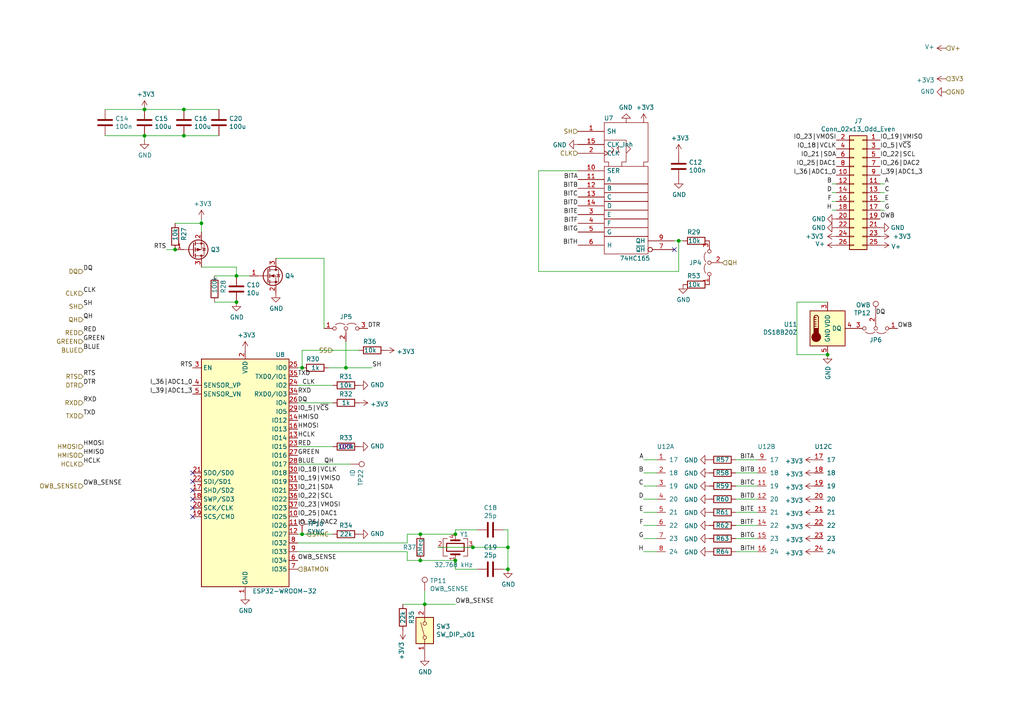
<source format=kicad_sch>
(kicad_sch (version 20211123) (generator eeschema)
  (paper "A4")
  (lib_symbols
    (symbol "74xx_IEEE:74165" (pin_names (offset 0.762))
      (property "Reference" "U" (at 7.62 15.24 0))
      (property "Value" "74xx_IEEE_74165" (at 6.35 -26.67 0))
      (symbol "74165_0_0"
        (text "1" (at -2.286 6.096 0) (effects (font (size 1.524 1.524))))
      )
      (symbol "74165_0_1"
        (pin power_in line (at 0 13.97 270) (length 0) hide (name "GND") (number "8"))
      )
      (symbol "74165_1_1"
        (pin input line (at -13.97 11.43 0) (length 7.62) (name "SH") (number "1"))
        (pin input line (at -13.97 0 0) (length 7.62) (name "SER") (number "10"))
        (pin input line (at -13.97 -2.54 0) (length 7.62) (name "A") (number "11"))
        (pin input line (at -13.97 -5.08 0) (length 7.62) (name "B") (number "12"))
        (pin input line (at -13.97 -7.62 0) (length 7.62) (name "C") (number "13"))
        (pin input line (at -13.97 -10.16 0) (length 7.62) (name "D") (number "14"))
        (pin input line (at -13.97 7.62 0) (length 7.62) (name "CLK_Inh") (number "15"))
        (pin power_in line (at 5.08 13.97 270) (length 0) hide (name "VCC") (number "16"))
        (pin input clock (at -13.97 5.08 0) (length 7.62) (name "CLK") (number "2"))
        (pin input line (at -13.97 -12.7 0) (length 7.62) (name "E") (number "3"))
        (pin input line (at -13.97 -15.24 0) (length 7.62) (name "F") (number "4"))
        (pin input line (at -13.97 -17.78 0) (length 7.62) (name "G") (number "5"))
        (pin input line (at -13.97 -21.59 0) (length 7.62) (name "H") (number "6"))
        (pin output inverted (at 13.97 -22.86 180) (length 7.62) (name "~{QH}") (number "7"))
        (pin tri_state line (at 13.97 -20.32 180) (length 7.62) (name "QH") (number "9"))
      )
    )
    (symbol "Connector:TestPoint" (pin_numbers hide) (pin_names (offset 0.762) hide)
      (property "Reference" "TP" (at 0 6.858 0))
      (property "Value" "Connector_TestPoint" (at 0 5.08 0))
      (symbol "TestPoint_1_1"
        (pin passive line (at 0 0 90) (length 2.54) (name "1") (number "1"))
      )
    )
    (symbol "Connector_Generic:Conn_02x13_Odd_Even" (pin_names (offset 1.016) hide)
      (property "Reference" "J" (at 1.27 17.78 0))
      (property "Value" "Connector_Generic_Conn_02x13_Odd_Even" (at 1.27 -17.78 0))
      (symbol "Conn_02x13_Odd_Even_1_1"
        (pin passive line (at -5.08 15.24 0) (length 3.81) (name "Pin_1") (number "1"))
        (pin passive line (at 7.62 5.08 180) (length 3.81) (name "Pin_10") (number "10"))
        (pin passive line (at -5.08 2.54 0) (length 3.81) (name "Pin_11") (number "11"))
        (pin passive line (at 7.62 2.54 180) (length 3.81) (name "Pin_12") (number "12"))
        (pin passive line (at -5.08 0 0) (length 3.81) (name "Pin_13") (number "13"))
        (pin passive line (at 7.62 0 180) (length 3.81) (name "Pin_14") (number "14"))
        (pin passive line (at -5.08 -2.54 0) (length 3.81) (name "Pin_15") (number "15"))
        (pin passive line (at 7.62 -2.54 180) (length 3.81) (name "Pin_16") (number "16"))
        (pin passive line (at -5.08 -5.08 0) (length 3.81) (name "Pin_17") (number "17"))
        (pin passive line (at 7.62 -5.08 180) (length 3.81) (name "Pin_18") (number "18"))
        (pin passive line (at -5.08 -7.62 0) (length 3.81) (name "Pin_19") (number "19"))
        (pin passive line (at 7.62 15.24 180) (length 3.81) (name "Pin_2") (number "2"))
        (pin passive line (at 7.62 -7.62 180) (length 3.81) (name "Pin_20") (number "20"))
        (pin passive line (at -5.08 -10.16 0) (length 3.81) (name "Pin_21") (number "21"))
        (pin passive line (at 7.62 -10.16 180) (length 3.81) (name "Pin_22") (number "22"))
        (pin passive line (at -5.08 -12.7 0) (length 3.81) (name "Pin_23") (number "23"))
        (pin passive line (at 7.62 -12.7 180) (length 3.81) (name "Pin_24") (number "24"))
        (pin passive line (at -5.08 -15.24 0) (length 3.81) (name "Pin_25") (number "25"))
        (pin passive line (at 7.62 -15.24 180) (length 3.81) (name "Pin_26") (number "26"))
        (pin passive line (at -5.08 12.7 0) (length 3.81) (name "Pin_3") (number "3"))
        (pin passive line (at 7.62 12.7 180) (length 3.81) (name "Pin_4") (number "4"))
        (pin passive line (at -5.08 10.16 0) (length 3.81) (name "Pin_5") (number "5"))
        (pin passive line (at 7.62 10.16 180) (length 3.81) (name "Pin_6") (number "6"))
        (pin passive line (at -5.08 7.62 0) (length 3.81) (name "Pin_7") (number "7"))
        (pin passive line (at 7.62 7.62 180) (length 3.81) (name "Pin_8") (number "8"))
        (pin passive line (at -5.08 5.08 0) (length 3.81) (name "Pin_9") (number "9"))
      )
    )
    (symbol "Device:C" (pin_numbers hide) (pin_names (offset 0.254))
      (property "Reference" "C" (at 0.635 2.54 0))
      (property "Value" "Device_C" (at 0.635 -2.54 0))
      (symbol "C_1_1"
        (pin passive line (at 0 3.81 270) (length 2.794) (name "~") (number "1"))
        (pin passive line (at 0 -3.81 90) (length 2.794) (name "~") (number "2"))
      )
    )
    (symbol "Device:Crystal_GND23" (pin_names (offset 1.016) hide)
      (property "Reference" "Y" (at 3.175 5.08 0))
      (property "Value" "Device_Crystal_GND23" (at 3.175 3.175 0))
      (symbol "Crystal_GND23_1_1"
        (pin passive line (at -3.81 0 0) (length 1.27) (name "1") (number "1"))
        (pin passive line (at 0 5.08 270) (length 1.27) (name "2") (number "2"))
        (pin passive line (at 0 -5.08 90) (length 1.27) (name "3") (number "3"))
        (pin passive line (at 3.81 0 180) (length 1.27) (name "4") (number "4"))
      )
    )
    (symbol "Device:Q_NMOS_GSD" (pin_names (offset 0) hide)
      (property "Reference" "Q" (at 5.08 1.27 0))
      (property "Value" "Device_Q_NMOS_GSD" (at 5.08 -1.27 0))
      (symbol "Q_NMOS_GSD_1_1"
        (pin input line (at -5.08 0 0) (length 2.54) (name "G") (number "1"))
        (pin passive line (at 2.54 -5.08 90) (length 2.54) (name "S") (number "2"))
        (pin passive line (at 2.54 5.08 270) (length 2.54) (name "D") (number "3"))
      )
    )
    (symbol "Device:Q_PMOS_GSD" (pin_names (offset 0) hide)
      (property "Reference" "Q" (at 5.08 1.27 0))
      (property "Value" "Device_Q_PMOS_GSD" (at 5.08 -1.27 0))
      (symbol "Q_PMOS_GSD_1_1"
        (pin input line (at -5.08 0 0) (length 2.54) (name "G") (number "1"))
        (pin passive line (at 2.54 -5.08 90) (length 2.54) (name "S") (number "2"))
        (pin passive line (at 2.54 5.08 270) (length 2.54) (name "D") (number "3"))
      )
    )
    (symbol "Device:R" (pin_numbers hide) (pin_names (offset 0))
      (property "Reference" "R" (at 2.032 0 90))
      (property "Value" "Device_R" (at 0 0 90))
      (symbol "R_1_1"
        (pin passive line (at 0 3.81 270) (length 1.27) (name "~") (number "1"))
        (pin passive line (at 0 -3.81 90) (length 1.27) (name "~") (number "2"))
      )
    )
    (symbol "Jumper:Jumper_3_Open" (pin_names (offset 0) hide)
      (property "Reference" "JP" (at -2.54 -2.54 0))
      (property "Value" "Jumper_Jumper_3_Open" (at 0 2.794 0))
      (symbol "Jumper_3_Open_1_1"
        (pin passive line (at -6.35 0 0) (length 2.54) (name "A") (number "1"))
        (pin input line (at 0 -3.81 90) (length 2.54) (name "C") (number "2"))
        (pin passive line (at 6.35 0 180) (length 2.54) (name "B") (number "3"))
      )
    )
    (symbol "RF_Module:ESP32-WROOM-32"
      (property "Reference" "U" (at -12.7 34.29 0))
      (property "Value" "RF_Module_ESP32-WROOM-32" (at 1.27 34.29 0))
      (symbol "ESP32-WROOM-32_1_1"
        (pin power_in line (at 0 -35.56 90) (length 2.54) (name "GND") (number "1"))
        (pin bidirectional line (at 15.24 -12.7 180) (length 2.54) (name "IO25") (number "10"))
        (pin bidirectional line (at 15.24 -15.24 180) (length 2.54) (name "IO26") (number "11"))
        (pin bidirectional line (at 15.24 -17.78 180) (length 2.54) (name "IO27") (number "12"))
        (pin bidirectional line (at 15.24 10.16 180) (length 2.54) (name "IO14") (number "13"))
        (pin bidirectional line (at 15.24 15.24 180) (length 2.54) (name "IO12") (number "14"))
        (pin passive line (at 0 -35.56 90) (length 2.54) hide (name "GND") (number "15"))
        (pin bidirectional line (at 15.24 12.7 180) (length 2.54) (name "IO13") (number "16"))
        (pin bidirectional line (at -15.24 -5.08 0) (length 2.54) (name "SHD/SD2") (number "17"))
        (pin bidirectional line (at -15.24 -7.62 0) (length 2.54) (name "SWP/SD3") (number "18"))
        (pin bidirectional line (at -15.24 -12.7 0) (length 2.54) (name "SCS/CMD") (number "19"))
        (pin power_in line (at 0 35.56 270) (length 2.54) (name "VDD") (number "2"))
        (pin bidirectional line (at -15.24 -10.16 0) (length 2.54) (name "SCK/CLK") (number "20"))
        (pin bidirectional line (at -15.24 0 0) (length 2.54) (name "SDO/SD0") (number "21"))
        (pin bidirectional line (at -15.24 -2.54 0) (length 2.54) (name "SDI/SD1") (number "22"))
        (pin bidirectional line (at 15.24 7.62 180) (length 2.54) (name "IO15") (number "23"))
        (pin bidirectional line (at 15.24 25.4 180) (length 2.54) (name "IO2") (number "24"))
        (pin bidirectional line (at 15.24 30.48 180) (length 2.54) (name "IO0") (number "25"))
        (pin bidirectional line (at 15.24 20.32 180) (length 2.54) (name "IO4") (number "26"))
        (pin bidirectional line (at 15.24 5.08 180) (length 2.54) (name "IO16") (number "27"))
        (pin bidirectional line (at 15.24 2.54 180) (length 2.54) (name "IO17") (number "28"))
        (pin bidirectional line (at 15.24 17.78 180) (length 2.54) (name "IO5") (number "29"))
        (pin input line (at -15.24 30.48 0) (length 2.54) (name "EN") (number "3"))
        (pin bidirectional line (at 15.24 0 180) (length 2.54) (name "IO18") (number "30"))
        (pin bidirectional line (at 15.24 -2.54 180) (length 2.54) (name "IO19") (number "31"))
        (pin no_connect line (at -12.7 -27.94 0) (length 2.54) hide (name "NC") (number "32"))
        (pin bidirectional line (at 15.24 -5.08 180) (length 2.54) (name "IO21") (number "33"))
        (pin bidirectional line (at 15.24 22.86 180) (length 2.54) (name "RXD0/IO3") (number "34"))
        (pin bidirectional line (at 15.24 27.94 180) (length 2.54) (name "TXD0/IO1") (number "35"))
        (pin bidirectional line (at 15.24 -7.62 180) (length 2.54) (name "IO22") (number "36"))
        (pin bidirectional line (at 15.24 -10.16 180) (length 2.54) (name "IO23") (number "37"))
        (pin passive line (at 0 -35.56 90) (length 2.54) hide (name "GND") (number "38"))
        (pin passive line (at 0 -35.56 90) (length 2.54) hide (name "GND") (number "39"))
        (pin input line (at -15.24 25.4 0) (length 2.54) (name "SENSOR_VP") (number "4"))
        (pin input line (at -15.24 22.86 0) (length 2.54) (name "SENSOR_VN") (number "5"))
        (pin input line (at 15.24 -25.4 180) (length 2.54) (name "IO34") (number "6"))
        (pin input line (at 15.24 -27.94 180) (length 2.54) (name "IO35") (number "7"))
        (pin bidirectional line (at 15.24 -20.32 180) (length 2.54) (name "IO32") (number "8"))
        (pin bidirectional line (at 15.24 -22.86 180) (length 2.54) (name "IO33") (number "9"))
      )
    )
    (symbol "Sensor_Temperature:DS18B20Z" (pin_names (offset 1.016))
      (property "Reference" "U" (at -3.81 6.35 0))
      (property "Value" "Sensor_Temperature_DS18B20Z" (at 5.08 6.35 0))
      (symbol "DS18B20Z_1_1"
        (pin no_connect line (at -7.62 2.54 0) (length 2.54) hide (name "NC") (number "1"))
        (pin no_connect line (at -7.62 0 0) (length 2.54) hide (name "NC") (number "2"))
        (pin power_in line (at 0 7.62 270) (length 2.54) (name "VDD") (number "3"))
        (pin bidirectional line (at 7.62 0 180) (length 2.54) (name "DQ") (number "4"))
        (pin power_in line (at 0 -7.62 90) (length 2.54) (name "GND") (number "5"))
        (pin no_connect line (at -7.62 -2.54 0) (length 2.54) hide (name "NC") (number "6"))
        (pin no_connect line (at 7.62 2.54 180) (length 2.54) hide (name "NC") (number "7"))
        (pin no_connect line (at 7.62 -2.54 180) (length 2.54) hide (name "NC") (number "8"))
      )
    )
    (symbol "Switch:SW_DIP_x01" (pin_names (offset 0) hide)
      (property "Reference" "SW" (at 0 3.81 0))
      (property "Value" "Switch_SW_DIP_x01" (at 0 -3.81 0))
      (symbol "SW_DIP_x01_1_1"
        (pin passive line (at -7.62 0 0) (length 5.08) (name "~") (number "1"))
        (pin passive line (at 7.62 0 180) (length 5.08) (name "~") (number "2"))
      )
    )
    (symbol "custom_connectors:2POS_JUMPER_8BIT" (pin_names (offset 1.016))
      (property "Reference" "U" (at 0 16.51 0))
      (property "Value" "2POS_JUMPER_8BIT" (at 0 -16.51 0))
      (symbol "2POS_JUMPER_8BIT_1_1"
        (pin bidirectional line (at -2.54 12.7 0) (length 2.54) (name "17") (number "1"))
        (pin bidirectional line (at -2.54 8.89 0) (length 2.54) (name "18") (number "2"))
        (pin bidirectional line (at -2.54 5.08 0) (length 2.54) (name "19") (number "3"))
        (pin bidirectional line (at -2.54 1.27 0) (length 2.54) (name "20") (number "4"))
        (pin bidirectional line (at -2.54 -2.54 0) (length 2.54) (name "21") (number "5"))
        (pin bidirectional line (at -2.54 -6.35 0) (length 2.54) (name "22") (number "6"))
        (pin bidirectional line (at -2.54 -10.16 0) (length 2.54) (name "23") (number "7"))
        (pin bidirectional line (at -2.54 -13.97 0) (length 2.54) (name "24") (number "8"))
      )
      (symbol "2POS_JUMPER_8BIT_2_1"
        (pin bidirectional line (at -2.54 8.89 0) (length 2.54) (name "18") (number "10"))
        (pin bidirectional line (at -2.54 5.08 0) (length 2.54) (name "19") (number "11"))
        (pin bidirectional line (at -2.54 1.27 0) (length 2.54) (name "20") (number "12"))
        (pin bidirectional line (at -2.54 -2.54 0) (length 2.54) (name "21") (number "13"))
        (pin bidirectional line (at -2.54 -6.35 0) (length 2.54) (name "22") (number "14"))
        (pin bidirectional line (at -2.54 -10.16 0) (length 2.54) (name "23") (number "15"))
        (pin bidirectional line (at -2.54 -13.97 0) (length 2.54) (name "24") (number "16"))
        (pin bidirectional line (at -2.54 12.7 0) (length 2.54) (name "17") (number "9"))
      )
      (symbol "2POS_JUMPER_8BIT_3_1"
        (pin bidirectional line (at -2.54 12.7 0) (length 2.54) (name "17") (number "17"))
        (pin bidirectional line (at -2.54 8.89 0) (length 2.54) (name "18") (number "18"))
        (pin bidirectional line (at -2.54 5.08 0) (length 2.54) (name "19") (number "19"))
        (pin bidirectional line (at -2.54 1.27 0) (length 2.54) (name "20") (number "20"))
        (pin bidirectional line (at -2.54 -2.54 0) (length 2.54) (name "21") (number "21"))
        (pin bidirectional line (at -2.54 -6.35 0) (length 2.54) (name "22") (number "22"))
        (pin bidirectional line (at -2.54 -10.16 0) (length 2.54) (name "23") (number "23"))
        (pin bidirectional line (at -2.54 -13.97 0) (length 2.54) (name "24") (number "24"))
      )
    )
    (symbol "power:+3.3V" (power) (pin_names (offset 0))
      (property "Value" "power_+3.3V" (at 0 3.556 0))
      (symbol "+3.3V_1_1"
        (pin power_in line (at 0 0 90) (length 0) hide (name "+3V3") (number "1"))
      )
    )
    (symbol "power:+3V3" (power) (pin_names (offset 0))
      (property "Value" "power_+3V3" (at 0 3.556 0))
      (symbol "+3V3_1_1"
        (pin power_in line (at 0 0 90) (length 0) hide (name "+3V3") (number "1"))
      )
    )
    (symbol "power:GND" (power) (pin_names (offset 0))
      (property "Value" "power_GND" (at 0 -3.81 0))
      (symbol "GND_1_1"
        (pin power_in line (at 0 0 270) (length 0) hide (name "GND") (number "1"))
      )
    )
    (symbol "power_custom:V+" (power) (pin_names (offset 0))
      (property "Value" "power_custom_V+" (at 0 3.556 0))
      (symbol "V+_1_1"
        (pin power_in line (at 0 0 90) (length 0) hide (name "V+") (number "1"))
      )
    )
  )
  (junction (at 100.33 106.68))
  (junction (at 41.91 39.37))
  (junction (at 87.63 106.68))
  (junction (at 132.08 162.56))
  (junction (at 50.8 72.39))
  (junction (at 240.03 102.87))
  (junction (at 41.91 31.75))
  (junction (at 121.92 154.94))
  (junction (at 58.42 64.77))
  (junction (at 132.08 154.94))
  (junction (at 68.58 87.63))
  (junction (at 121.92 162.56))
  (junction (at 196.85 69.85))
  (junction (at 123.19 175.26))
  (junction (at 68.58 80.01))
  (junction (at 53.34 31.75))
  (junction (at 147.32 165.1))
  (junction (at 137.16 158.75))
  (junction (at 147.32 158.75))
  (junction (at 53.34 39.37))
  (junction (at 87.63 154.94))
  (no_connect (at 55.88 137.16))
  (no_connect (at 55.88 147.32))
  (no_connect (at 55.88 144.78))
  (no_connect (at 55.88 149.86))
  (no_connect (at 55.88 142.24))
  (no_connect (at 195.58 72.39))
  (no_connect (at 55.88 139.7))
  (wire (pts (xy 86.36 157.48) (xy 118.11 157.48)))
  (wire (pts (xy 190.5 133.35) (xy 186.69 133.35)))
  (wire (pts (xy 86.36 106.68) (xy 87.63 106.68)))
  (wire (pts (xy 118.11 162.56) (xy 121.92 162.56)))
  (wire (pts (xy 30.48 31.75) (xy 41.91 31.75)))
  (wire (pts (xy 190.5 156.21) (xy 186.69 156.21)))
  (wire (pts (xy 198.12 69.85) (xy 196.85 69.85)))
  (wire (pts (xy 87.63 101.6) (xy 87.63 106.68)))
  (wire (pts (xy 41.91 39.37) (xy 30.48 39.37)))
  (wire (pts (xy 240.03 87.63) (xy 231.14 87.63)))
  (wire (pts (xy 86.36 154.94) (xy 87.63 154.94)))
  (wire (pts (xy 132.08 153.67) (xy 132.08 154.94)))
  (wire (pts (xy 255.27 58.42) (xy 256.54 58.42)))
  (wire (pts (xy 213.36 144.78) (xy 219.71 144.78)))
  (wire (pts (xy 48.26 72.39) (xy 50.8 72.39)))
  (wire (pts (xy 93.98 74.93) (xy 93.98 95.25)))
  (wire (pts (xy 63.5 31.75) (xy 53.34 31.75)))
  (wire (pts (xy 213.36 133.35) (xy 219.71 133.35)))
  (wire (pts (xy 95.25 106.68) (xy 100.33 106.68)))
  (wire (pts (xy 96.52 129.54) (xy 86.36 129.54)))
  (wire (pts (xy 138.43 153.67) (xy 132.08 153.67)))
  (wire (pts (xy 242.57 53.34) (xy 241.3 53.34)))
  (wire (pts (xy 255.27 53.34) (xy 256.54 53.34)))
  (wire (pts (xy 213.36 152.4) (xy 219.71 152.4)))
  (wire (pts (xy 147.32 153.67) (xy 146.05 153.67)))
  (wire (pts (xy 62.23 87.63) (xy 68.58 87.63)))
  (wire (pts (xy 190.5 152.4) (xy 186.69 152.4)))
  (wire (pts (xy 146.05 165.1) (xy 147.32 165.1)))
  (wire (pts (xy 190.5 144.78) (xy 186.69 144.78)))
  (wire (pts (xy 213.36 137.16) (xy 219.71 137.16)))
  (wire (pts (xy 123.19 171.45) (xy 123.19 175.26)))
  (wire (pts (xy 118.11 157.48) (xy 118.11 154.94)))
  (wire (pts (xy 50.8 64.77) (xy 58.42 64.77)))
  (wire (pts (xy 96.52 116.84) (xy 86.36 116.84)))
  (wire (pts (xy 231.14 87.63) (xy 231.14 102.87)))
  (wire (pts (xy 190.5 140.97) (xy 186.69 140.97)))
  (wire (pts (xy 190.5 137.16) (xy 186.69 137.16)))
  (wire (pts (xy 242.57 55.88) (xy 241.3 55.88)))
  (wire (pts (xy 121.92 162.56) (xy 132.08 162.56)))
  (wire (pts (xy 62.23 80.01) (xy 68.58 80.01)))
  (wire (pts (xy 196.85 69.85) (xy 195.58 69.85)))
  (wire (pts (xy 190.5 160.02) (xy 186.69 160.02)))
  (wire (pts (xy 156.21 78.74) (xy 156.21 49.53)))
  (wire (pts (xy 41.91 31.75) (xy 53.34 31.75)))
  (wire (pts (xy 242.57 60.96) (xy 241.3 60.96)))
  (wire (pts (xy 213.36 160.02) (xy 219.71 160.02)))
  (wire (pts (xy 121.92 154.94) (xy 132.08 154.94)))
  (wire (pts (xy 147.32 165.1) (xy 147.32 158.75)))
  (wire (pts (xy 53.34 39.37) (xy 41.91 39.37)))
  (wire (pts (xy 118.11 160.02) (xy 118.11 162.56)))
  (wire (pts (xy 80.01 74.93) (xy 93.98 74.93)))
  (wire (pts (xy 86.36 134.62) (xy 101.6 134.62)))
  (wire (pts (xy 100.33 99.06) (xy 100.33 106.68)))
  (wire (pts (xy 156.21 49.53) (xy 167.64 49.53)))
  (wire (pts (xy 255.27 60.96) (xy 256.54 60.96)))
  (wire (pts (xy 213.36 148.59) (xy 219.71 148.59)))
  (wire (pts (xy 104.14 101.6) (xy 87.63 101.6)))
  (wire (pts (xy 255.27 55.88) (xy 256.54 55.88)))
  (wire (pts (xy 127 158.75) (xy 137.16 158.75)))
  (wire (pts (xy 87.63 154.94) (xy 96.52 154.94)))
  (wire (pts (xy 58.42 64.77) (xy 58.42 67.31)))
  (wire (pts (xy 72.39 80.01) (xy 68.58 80.01)))
  (wire (pts (xy 132.08 175.26) (xy 123.19 175.26)))
  (wire (pts (xy 58.42 63.5) (xy 58.42 64.77)))
  (wire (pts (xy 121.92 154.94) (xy 118.11 154.94)))
  (wire (pts (xy 213.36 140.97) (xy 219.71 140.97)))
  (wire (pts (xy 63.5 39.37) (xy 53.34 39.37)))
  (wire (pts (xy 137.16 158.75) (xy 147.32 158.75)))
  (wire (pts (xy 242.57 58.42) (xy 241.3 58.42)))
  (wire (pts (xy 41.91 40.64) (xy 41.91 39.37)))
  (wire (pts (xy 147.32 158.75) (xy 147.32 153.67)))
  (wire (pts (xy 100.33 106.68) (xy 107.95 106.68)))
  (wire (pts (xy 68.58 77.47) (xy 68.58 80.01)))
  (wire (pts (xy 132.08 165.1) (xy 132.08 162.56)))
  (wire (pts (xy 138.43 165.1) (xy 132.08 165.1)))
  (wire (pts (xy 196.85 69.85) (xy 196.85 78.74)))
  (wire (pts (xy 190.5 148.59) (xy 186.69 148.59)))
  (wire (pts (xy 231.14 102.87) (xy 240.03 102.87)))
  (wire (pts (xy 96.52 111.76) (xy 86.36 111.76)))
  (wire (pts (xy 86.36 160.02) (xy 118.11 160.02)))
  (wire (pts (xy 213.36 156.21) (xy 219.71 156.21)))
  (wire (pts (xy 58.42 77.47) (xy 68.58 77.47)))
  (wire (pts (xy 116.84 175.26) (xy 123.19 175.26)))
  (wire (pts (xy 196.85 78.74) (xy 156.21 78.74)))
  (label "HMISO" (at 24.13 132.08 0))
  (label "RED" (at 86.36 129.54 0))
  (label "E" (at 186.69 148.59 180))
  (label "B" (at 241.3 53.34 180))
  (label "IO_21|SDA" (at 86.36 142.24 0))
  (label "I_36|ADC1_0" (at 55.88 111.76 180))
  (label "H" (at 186.69 160.02 180))
  (label "HCLK" (at 86.36 127 0))
  (label "SH" (at 107.95 106.68 0))
  (label "DTR" (at 24.13 111.76 0))
  (label "IO_26|DAC2" (at 255.27 48.26 0))
  (label "QH" (at 24.13 92.71 0))
  (label "BITH" (at 214.63 160.02 0))
  (label "RTS" (at 55.88 106.68 180))
  (label "IO_23|VMOSI" (at 86.36 147.32 0))
  (label "BITF" (at 167.64 64.77 180))
  (label "BITH" (at 167.64 71.12 180))
  (label "DQ" (at 24.13 78.74 0))
  (label "F" (at 186.69 152.4 180))
  (label "BITA" (at 214.63 133.35 0))
  (label "DQ" (at 86.36 116.84 0))
  (label "BITB" (at 214.63 137.16 0))
  (label "BITE" (at 214.63 148.59 0))
  (label "C" (at 186.69 140.97 180))
  (label "A" (at 256.54 53.34 0))
  (label "OWB_SENSE" (at 24.13 140.97 0))
  (label "BITG" (at 167.64 67.31 180))
  (label "B" (at 186.69 137.16 180))
  (label "IO_18|VCLK" (at 242.57 43.18 180))
  (label "RED" (at 24.13 96.52 0))
  (label "RTS" (at 48.26 72.39 180))
  (label "H" (at 241.3 60.96 180))
  (label "IO_5|V~{CS}" (at 255.27 43.18 0))
  (label "BITC" (at 167.64 57.15 180))
  (label "C" (at 256.54 55.88 0))
  (label "IO_25|DAC1" (at 86.36 149.86 0))
  (label "I_36|ADC1_0" (at 242.57 50.8 180))
  (label "SH" (at 24.13 88.9 0))
  (label "IO_26|DAC2" (at 86.36 152.4 0))
  (label "OWB_SENSE" (at 132.08 175.26 0))
  (label "D" (at 186.69 144.78 180))
  (label "IO_19|VMISO" (at 255.27 40.64 0))
  (label "IO_18|VCLK" (at 86.36 137.16 0))
  (label "BITB" (at 167.64 54.61 180))
  (label "IO_23|VMOSI" (at 242.57 40.64 180))
  (label "BITE" (at 167.64 62.23 180))
  (label "RXD" (at 86.36 114.3 0))
  (label "BLUE" (at 24.13 101.6 0))
  (label "CLK" (at 87.63 111.76 0))
  (label "GREEN" (at 86.36 132.08 0))
  (label "HMISO" (at 86.36 121.92 0))
  (label "G" (at 186.69 156.21 180))
  (label "F" (at 241.3 58.42 180))
  (label "E" (at 256.54 58.42 0))
  (label "QH" (at 93.98 134.62 0))
  (label "BITD" (at 214.63 144.78 0))
  (label "HMOSI" (at 24.13 129.54 0))
  (label "OWB" (at 255.27 63.5 0))
  (label "RXD" (at 24.13 116.84 0))
  (label "A" (at 186.69 133.35 180))
  (label "CLK" (at 24.13 85.09 0))
  (label "OWB_SENSE" (at 86.36 162.56 0))
  (label "DTR" (at 106.68 95.25 0))
  (label "HCLK" (at 24.13 134.62 0))
  (label "BITG" (at 214.63 156.21 0))
  (label "OWB" (at 260.35 95.25 0))
  (label "TXD" (at 86.36 109.22 0))
  (label "D" (at 241.3 55.88 180))
  (label "I_39|ADC1_3" (at 55.88 114.3 180))
  (label "BITD" (at 167.64 59.69 180))
  (label "IO_22|SCL" (at 86.36 144.78 0))
  (label "I_39|ADC1_3" (at 255.27 50.8 0))
  (label "RTS" (at 24.13 109.22 0))
  (label "HMOSI" (at 86.36 124.46 0))
  (label "IO_19|VMISO" (at 86.36 139.7 0))
  (label "BITC" (at 214.63 140.97 0))
  (label "IO_25|DAC1" (at 242.57 48.26 180))
  (label "BITF" (at 214.63 152.4 0))
  (label "GREEN" (at 24.13 99.06 0))
  (label "DQ" (at 254 91.44 0))
  (label "IO_5|V~{CS}" (at 86.36 119.38 0))
  (label "TXD" (at 24.13 120.65 0))
  (label "G" (at 256.54 60.96 0))
  (label "IO_21|SDA" (at 242.57 45.72 180))
  (label "BITA" (at 167.64 52.07 180))
  (label "IO_22|SCL" (at 255.27 45.72 0))
  (label "BLUE" (at 86.36 134.62 0))
  (hierarchical_label "SYNC" (shape input) (at 88.9 154.94 0))
  (hierarchical_label "DQ" (shape input) (at 24.13 78.74 180))
  (hierarchical_label "HMISO" (shape input) (at 24.13 132.08 180))
  (hierarchical_label "CLK" (shape input) (at 24.13 85.09 180))
  (hierarchical_label "TXD" (shape input) (at 24.13 120.65 180))
  (hierarchical_label "HCLK" (shape input) (at 24.13 134.62 180))
  (hierarchical_label "RTS" (shape input) (at 24.13 109.22 180))
  (hierarchical_label "SH" (shape input) (at 167.64 38.1 180))
  (hierarchical_label "CLK" (shape input) (at 167.64 44.45 180))
  (hierarchical_label "DTR" (shape input) (at 24.13 111.76 180))
  (hierarchical_label "RXD" (shape input) (at 24.13 116.84 180))
  (hierarchical_label "OWB_SENSE" (shape input) (at 24.13 140.97 180))
  (hierarchical_label "BATMON" (shape input) (at 86.36 165.1 0))
  (hierarchical_label "RED" (shape input) (at 24.13 96.52 180))
  (hierarchical_label "QH" (shape input) (at 24.13 92.71 180))
  (hierarchical_label "BLUE" (shape input) (at 24.13 101.6 180))
  (hierarchical_label "V+" (shape input) (at 274.32 13.97 0))
  (hierarchical_label "3V3" (shape input) (at 274.32 22.86 0))
  (hierarchical_label "SH" (shape input) (at 24.13 88.9 180))
  (hierarchical_label "SS" (shape input) (at 96.52 101.6 180))
  (hierarchical_label "HMOSI" (shape input) (at 24.13 129.54 180))
  (hierarchical_label "QH" (shape input) (at 209.55 76.2 0))
  (hierarchical_label "GND" (shape input) (at 274.32 26.67 0))
  (hierarchical_label "GREEN" (shape input) (at 24.13 99.06 180))
  (symbol (lib_id "RF_Module:ESP32-WROOM-32") (at 71.12 137.16 0) (unit 1)
    (property "Reference" "U8" (at 81.28 102.87 0))
    (property "Value" "ESP32-WROOM-32" (at 82.55 171.45 0))
    (property "Footprint" "modules:ESP32-WROOM-BREAKOUT" (effects hide))
    (property "Datasheet" "https://www.espressif.com/sites/default/files/documentation/esp32-wroom-32_datasheet_en.pdf" (effects hide))
  )
  (symbol (lib_id "power:GND") (at 71.12 172.72 0) (unit 1)
    (property "Reference" "#PWR057" (effects hide))
    (property "Value" "GND" (at 71.247 177.1142 0))
  )
  (symbol (lib_id "power:+3.3V") (at 71.12 101.6 0) (unit 1)
    (property "Reference" "#PWR056" (effects hide))
    (property "Value" "+3.3V" (at 71.501 97.2058 0))
  )
  (symbol (lib_id "Device:R") (at 107.95 101.6 90) (unit 1)
    (property "Reference" "R36" (at 109.22 99.06 90) (effects (justify left)))
    (property "Value" "10k" (at 109.22 101.6 90) (effects (justify left)))
    (property "Footprint" "Resistor_SMD:R_1206_3216Metric_Pad1.30x1.75mm_HandSolder" (effects hide))
    (property "LCSC" "C132649" (effects hide))
    (property "Digikey" "541-10.0KFCT-ND" (effects hide))
  )
  (symbol (lib_id "power:+3.3V") (at 111.76 101.6 270) (unit 1)
    (property "Reference" "#PWR065" (effects hide))
    (property "Value" "+3.3V" (at 115.0112 101.981 90) (effects (justify left)))
  )
  (symbol (lib_id "Device:R") (at 100.33 111.76 270) (unit 1)
    (property "Reference" "R31" (at 100.33 109.22 90))
    (property "Value" "10k" (at 100.33 111.76 90))
    (property "Footprint" "Resistor_SMD:R_1206_3216Metric_Pad1.30x1.75mm_HandSolder" (effects hide))
    (property "LCSC" "C132649" (effects hide))
    (property "Digikey" "541-10.0KFCT-ND" (effects hide))
  )
  (symbol (lib_id "power:GND") (at 104.14 111.76 90) (unit 1)
    (property "Reference" "#PWR060" (effects hide))
    (property "Value" "GND" (at 107.3912 111.633 90) (effects (justify right)))
  )
  (symbol (lib_id "Device:R") (at 100.33 116.84 270) (unit 1)
    (property "Reference" "R32" (at 100.33 114.3 90))
    (property "Value" "1k" (at 100.33 116.84 90))
    (property "Footprint" "Resistor_SMD:R_1206_3216Metric_Pad1.30x1.75mm_HandSolder" (effects hide))
    (property "LCSC" "C131398" (effects hide))
    (property "Digikey" "311-1.00KFRCT-ND" (effects hide))
  )
  (symbol (lib_id "power:+3.3V") (at 104.14 116.84 270) (unit 1)
    (property "Reference" "#PWR061" (effects hide))
    (property "Value" "+3.3V" (at 107.3912 117.221 90) (effects (justify left)))
  )
  (symbol (lib_id "power:GND") (at 123.19 190.5 0) (unit 1)
    (property "Reference" "#PWR082" (effects hide))
    (property "Value" "GND" (at 123.317 194.8942 0))
  )
  (symbol (lib_id "Switch:SW_DIP_x01") (at 123.19 182.88 90)
    (property "Reference" "SW3" (at 126.492 181.7116 90) (effects (justify right)))
    (property "Value" "SW_DIP_x01" (at 126.492 184.023 90) (effects (justify right)))
    (property "Footprint" "Button_Switch_THT:SW_DIP_SPSTx01_Slide_9.78x4.72mm_W7.62mm_P2.54mm" (effects hide))
    (property "LCSC" "C229812" (effects hide))
    (property "Digikey" "2223-DS01-254-L-01BE-ND" (effects hide))
  )
  (symbol (lib_id "74xx_IEEE:74165") (at 181.61 49.53 0)
    (property "Reference" "U7" (at 176.53 34.29 0))
    (property "Value" "74HC165" (at 184.15 74.93 0))
    (property "Footprint" "Package_SO:SO-16_3.9x9.9mm_P1.27mm" (effects hide))
    (property "LCSC" "C7334" (effects hide))
    (property "Digikey" "1727-3782-ND" (effects hide))
  )
  (symbol (lib_id "power:+3.3V") (at 186.69 35.56 0)
    (property "Reference" "#PWR071" (effects hide))
    (property "Value" "+3.3V" (at 187.071 31.1658 0))
  )
  (symbol (lib_id "power:GND") (at 181.61 35.56 180)
    (property "Reference" "#PWR070" (effects hide))
    (property "Value" "GND" (at 181.483 31.1658 0))
  )
  (symbol (lib_id "Device:R") (at 201.93 69.85 90)
    (property "Reference" "R29" (at 203.2 67.31 90) (effects (justify left)))
    (property "Value" "10k" (at 203.2 69.85 90) (effects (justify left)))
    (property "Footprint" "Resistor_SMD:R_1206_3216Metric_Pad1.30x1.75mm_HandSolder" (effects hide))
    (property "LCSC" "C132649" (effects hide))
    (property "Digikey" "541-10.0KFCT-ND" (effects hide))
  )
  (symbol (lib_id "power:GND") (at 167.64 41.91 270)
    (property "Reference" "#PWR069" (effects hide))
    (property "Value" "GND" (at 164.3888 42.037 90) (effects (justify right)))
  )
  (symbol (lib_id "Device:C") (at 196.85 48.26 0)
    (property "Reference" "C12" (at 199.771 47.0916 0) (effects (justify left)))
    (property "Value" "100n" (at 199.771 49.403 0) (effects (justify left)))
    (property "Footprint" "Capacitor_SMD:C_1206_3216Metric_Pad1.33x1.80mm_HandSolder" (effects hide))
    (property "Digikey" "399-C1206C104K5RAC7800CT-ND" (effects hide))
    (property "LCSC" "C730479" (effects hide))
  )
  (symbol (lib_id "power:+3.3V") (at 196.85 44.45 0)
    (property "Reference" "#PWR072" (effects hide))
    (property "Value" "+3.3V" (at 197.231 40.0558 0))
  )
  (symbol (lib_id "power:GND") (at 196.85 52.07 0)
    (property "Reference" "#PWR079" (effects hide))
    (property "Value" "GND" (at 196.977 56.4642 0))
  )
  (symbol (lib_id "Jumper:Jumper_3_Open") (at 205.74 76.2 90)
    (property "Reference" "JP4" (at 203.5302 76.2 90) (effects (justify left)))
    (property "Value" "Jumper_3_Open" (effects hide))
    (property "Footprint" "Connector_PinHeader_2.54mm:PinHeader_1x03_P2.54mm_Vertical" (effects hide))
  )
  (symbol (lib_id "Device:R") (at 201.93 82.55 90)
    (property "Reference" "R53" (at 203.2 80.01 90) (effects (justify left)))
    (property "Value" "10k" (at 203.2 82.55 90) (effects (justify left)))
    (property "Footprint" "Resistor_SMD:R_1206_3216Metric_Pad1.30x1.75mm_HandSolder" (effects hide))
    (property "LCSC" "C132649" (effects hide))
    (property "Digikey" "541-10.0KFCT-ND" (effects hide))
  )
  (symbol (lib_id "power:GND") (at 198.12 82.55 0)
    (property "Reference" "#PWR080" (effects hide))
    (property "Value" "GND" (at 198.247 86.9442 0))
  )
  (symbol (lib_id "Device:R") (at 209.55 133.35 270)
    (property "Reference" "R57" (at 209.55 133.35 90))
    (property "Value" "10k" (effects hide))
    (property "Footprint" "Resistor_SMD:R_1206_3216Metric_Pad1.30x1.75mm_HandSolder" (effects hide))
    (property "LCSC" "C132649" (effects hide))
    (property "Digikey" "541-10.0KFCT-ND" (effects hide))
  )
  (symbol (lib_id "power:GND") (at 205.74 133.35 270)
    (property "Reference" "#PWR094" (effects hide))
    (property "Value" "GND" (at 202.4888 133.477 90) (effects (justify right)))
  )
  (symbol (lib_id "Device:R") (at 209.55 137.16 270)
    (property "Reference" "R58" (at 209.55 137.16 90))
    (property "Value" "10k" (effects hide))
    (property "Footprint" "Resistor_SMD:R_1206_3216Metric_Pad1.30x1.75mm_HandSolder" (effects hide))
    (property "LCSC" "C132649" (effects hide))
    (property "Digikey" "541-10.0KFCT-ND" (effects hide))
  )
  (symbol (lib_id "power:GND") (at 205.74 137.16 270)
    (property "Reference" "#PWR095" (effects hide))
    (property "Value" "GND" (at 202.4888 137.287 90) (effects (justify right)))
  )
  (symbol (lib_id "Device:R") (at 209.55 140.97 270)
    (property "Reference" "R59" (at 209.55 140.97 90))
    (property "Value" "10k" (effects hide))
    (property "Footprint" "Resistor_SMD:R_1206_3216Metric_Pad1.30x1.75mm_HandSolder" (effects hide))
    (property "LCSC" "C132649" (effects hide))
    (property "Digikey" "541-10.0KFCT-ND" (effects hide))
  )
  (symbol (lib_id "power:GND") (at 205.74 140.97 270)
    (property "Reference" "#PWR0109" (effects hide))
    (property "Value" "GND" (at 202.4888 141.097 90) (effects (justify right)))
  )
  (symbol (lib_id "Device:R") (at 209.55 144.78 270)
    (property "Reference" "R60" (at 209.55 144.78 90))
    (property "Value" "10k" (effects hide))
    (property "Footprint" "Resistor_SMD:R_1206_3216Metric_Pad1.30x1.75mm_HandSolder" (effects hide))
    (property "LCSC" "C132649" (effects hide))
    (property "Digikey" "541-10.0KFCT-ND" (effects hide))
  )
  (symbol (lib_id "power:GND") (at 205.74 144.78 270)
    (property "Reference" "#PWR0110" (effects hide))
    (property "Value" "GND" (at 202.4888 144.907 90) (effects (justify right)))
  )
  (symbol (lib_id "Device:R") (at 209.55 148.59 270)
    (property "Reference" "R61" (at 209.55 148.59 90))
    (property "Value" "10k" (effects hide))
    (property "Footprint" "Resistor_SMD:R_1206_3216Metric_Pad1.30x1.75mm_HandSolder" (effects hide))
    (property "LCSC" "C132649" (effects hide))
    (property "Digikey" "541-10.0KFCT-ND" (effects hide))
  )
  (symbol (lib_id "power:GND") (at 205.74 148.59 270)
    (property "Reference" "#PWR0128" (effects hide))
    (property "Value" "GND" (at 202.4888 148.717 90) (effects (justify right)))
  )
  (symbol (lib_id "Device:R") (at 209.55 152.4 270)
    (property "Reference" "R62" (at 209.55 152.4 90))
    (property "Value" "10k" (effects hide))
    (property "Footprint" "Resistor_SMD:R_1206_3216Metric_Pad1.30x1.75mm_HandSolder" (effects hide))
    (property "LCSC" "C132649" (effects hide))
    (property "Digikey" "541-10.0KFCT-ND" (effects hide))
  )
  (symbol (lib_id "power:GND") (at 205.74 152.4 270)
    (property "Reference" "#PWR0129" (effects hide))
    (property "Value" "GND" (at 202.4888 152.527 90) (effects (justify right)))
  )
  (symbol (lib_id "Device:R") (at 209.55 156.21 270)
    (property "Reference" "R63" (at 209.55 156.21 90))
    (property "Value" "10k" (effects hide))
    (property "Footprint" "Resistor_SMD:R_1206_3216Metric_Pad1.30x1.75mm_HandSolder" (effects hide))
    (property "LCSC" "C132649" (effects hide))
    (property "Digikey" "541-10.0KFCT-ND" (effects hide))
  )
  (symbol (lib_id "power:GND") (at 205.74 156.21 270)
    (property "Reference" "#PWR0130" (effects hide))
    (property "Value" "GND" (at 202.4888 156.337 90) (effects (justify right)))
  )
  (symbol (lib_id "Device:R") (at 209.55 160.02 270)
    (property "Reference" "R64" (at 209.55 160.02 90))
    (property "Value" "10k" (effects hide))
    (property "Footprint" "Resistor_SMD:R_1206_3216Metric_Pad1.30x1.75mm_HandSolder" (effects hide))
    (property "LCSC" "C132649" (effects hide))
    (property "Digikey" "541-10.0KFCT-ND" (effects hide))
  )
  (symbol (lib_id "power:GND") (at 205.74 160.02 270)
    (property "Reference" "#PWR0131" (effects hide))
    (property "Value" "GND" (at 202.4888 160.147 90) (effects (justify right)))
  )
  (symbol (lib_id "power:+3V3") (at 236.22 133.35 90) (mirror x)
    (property "Reference" "#PWR086" (effects hide))
    (property "Value" "+3V3" (at 232.9688 133.731 90) (effects (justify left)))
  )
  (symbol (lib_id "power:+3V3") (at 236.22 137.16 90) (mirror x)
    (property "Reference" "#PWR087" (effects hide))
    (property "Value" "+3V3" (at 232.9688 137.541 90) (effects (justify left)))
  )
  (symbol (lib_id "power:+3V3") (at 236.22 140.97 90) (mirror x)
    (property "Reference" "#PWR088" (effects hide))
    (property "Value" "+3V3" (at 232.9688 141.351 90) (effects (justify left)))
  )
  (symbol (lib_id "power:+3V3") (at 236.22 144.78 90) (mirror x)
    (property "Reference" "#PWR089" (effects hide))
    (property "Value" "+3V3" (at 232.9688 145.161 90) (effects (justify left)))
  )
  (symbol (lib_id "power:+3V3") (at 236.22 148.59 90) (mirror x)
    (property "Reference" "#PWR090" (effects hide))
    (property "Value" "+3V3" (at 232.9688 148.971 90) (effects (justify left)))
  )
  (symbol (lib_id "power:+3V3") (at 236.22 152.4 90) (mirror x)
    (property "Reference" "#PWR091" (effects hide))
    (property "Value" "+3V3" (at 232.9688 152.781 90) (effects (justify left)))
  )
  (symbol (lib_id "power:+3V3") (at 236.22 156.21 90) (mirror x)
    (property "Reference" "#PWR092" (effects hide))
    (property "Value" "+3V3" (at 232.9688 156.591 90) (effects (justify left)))
  )
  (symbol (lib_id "power:+3V3") (at 236.22 160.02 90) (mirror x)
    (property "Reference" "#PWR093" (effects hide))
    (property "Value" "+3V3" (at 232.9688 160.401 90) (effects (justify left)))
  )
  (symbol (lib_id "Connector_Generic:Conn_02x13_Odd_Even") (at 250.19 55.88 0) (mirror y) (unit 1)
    (property "Reference" "J7" (at 248.92 35.1282 0))
    (property "Value" "Conn_02x13_Odd_Even" (at 248.92 37.4396 0))
    (property "Footprint" "Connector_PinSocket_2.54mm:PinSocket_2x13_P2.54mm_Vertical" (effects hide))
    (property "LCSC" "C35165" (effects hide))
  )
  (symbol (lib_id "power:+3.3V") (at 242.57 68.58 90)
    (property "Reference" "#PWR0133" (effects hide))
    (property "Value" "+3.3V" (at 236.22 68.58 90))
  )
  (symbol (lib_id "power:+3.3V") (at 255.27 68.58 270)
    (property "Reference" "#PWR0137" (effects hide))
    (property "Value" "+3.3V" (at 261.62 68.58 90))
  )
  (symbol (lib_id "power:GND") (at 242.57 66.04 270)
    (property "Reference" "#PWR0132" (effects hide))
    (property "Value" "GND" (at 237.49 66.04 90))
  )
  (symbol (lib_id "power:GND") (at 255.27 66.04 90)
    (property "Reference" "#PWR0136" (effects hide))
    (property "Value" "GND" (at 260.35 66.04 90))
  )
  (symbol (lib_id "power:GND") (at 242.57 63.5 270)
    (property "Reference" "#PWR0135" (effects hide))
    (property "Value" "GND" (at 237.49 63.5 90))
  )
  (symbol (lib_id "power_custom:V+") (at 242.57 71.12 90) (unit 1)
    (property "Reference" "#PWR0134" (effects hide))
    (property "Value" "V+" (at 239.3442 70.739 90) (effects (justify left)))
  )
  (symbol (lib_id "Sensor_Temperature:DS18B20Z") (at 240.03 95.25 0) (unit 1)
    (property "Reference" "U11" (at 231.2924 94.0816 0) (effects (justify right)))
    (property "Value" "DS18B20Z" (at 231.2924 96.393 0) (effects (justify right)))
    (property "Footprint" "Package_SO:SOIC-8_3.9x4.9mm_P1.27mm" (effects hide))
    (property "Datasheet" "http://datasheets.maximintegrated.com/en/ds/DS18B20.pdf" (effects hide))
    (property "LCSC" "C97190" (effects hide))
    (property "Digikey" "DS18B20Z+-ND" (effects hide))
  )
  (symbol (lib_id "power_custom:V+") (at 255.27 71.12 270) (unit 1)
    (property "Reference" "#PWR0138" (effects hide))
    (property "Value" "V+" (at 258.4958 71.501 90) (effects (justify left)))
  )
  (symbol (lib_id "power:GND") (at 274.32 26.67 270) (mirror x) (unit 1)
    (property "Reference" "#PWR076" (effects hide))
    (property "Value" "GND" (at 271.0688 26.543 90) (effects (justify right)))
  )
  (symbol (lib_id "power:+3.3V") (at 274.32 22.86 90) (mirror x) (unit 1)
    (property "Reference" "#PWR075" (effects hide))
    (property "Value" "+3.3V" (at 271.0688 23.241 90) (effects (justify left)))
  )
  (symbol (lib_id "Device:Crystal_GND23") (at 132.08 158.75 90) (unit 1)
    (property "Reference" "Y1" (at 135.89 154.94 90) (effects (justify left)))
    (property "Value" "32.768 kHz" (at 137.16 163.83 90) (effects (justify left)))
    (property "Footprint" "Crystal:Crystal_SMD_SeikoEpson_MC306-4Pin_8.0x3.2mm_HandSoldering" (effects hide))
    (property "Datasheet" "https://datasheet.lcsc.com/szlcsc/1912111437_TKD-M8-32-768KHZ-12-5PF-20PPM_C337679.pdf" (effects hide))
    (property "Digikey" "300-8742-1-ND" (effects hide))
    (property "LCSC" "C337679" (effects hide))
  )
  (symbol (lib_id "Device:R") (at 121.92 158.75 180) (unit 1)
    (property "Reference" "R37" (at 116.84 158.75 0) (effects (justify right)))
    (property "Value" "5Meg" (at 121.92 161.29 90) (effects (justify right)))
    (property "Footprint" "Resistor_SMD:R_1206_3216Metric_Pad1.30x1.75mm_HandSolder" (effects hide))
    (property "LCSC" "C163371" (effects hide))
    (property "Digikey" "311-5.10MFRCT-ND" (effects hide))
  )
  (symbol (lib_id "Device:C") (at 142.24 153.67 270) (unit 1)
    (property "Reference" "C18" (at 142.24 147.2692 90))
    (property "Value" "25p" (at 142.24 149.5806 90))
    (property "Footprint" "Capacitor_SMD:C_1206_3216Metric_Pad1.33x1.80mm_HandSolder" (effects hide))
    (property "Digikey" "N/A" (effects hide))
    (property "LCSC" "C1898" (effects hide))
  )
  (symbol (lib_id "Connector:TestPoint") (at 101.6 134.62 270)
    (property "Reference" "TP22" (at 104.5972 136.0932 0) (effects (justify left)))
    (property "Value" "ID" (at 102.2858 136.0932 0) (effects (justify left)))
    (property "Footprint" "Connector_PinHeader_2.54mm:PinHeader_1x01_P2.54mm_Vertical" (effects hide))
  )
  (symbol (lib_id "Device:C") (at 142.24 165.1 90) (unit 1)
    (property "Reference" "C19" (at 142.24 158.6992 90))
    (property "Value" "25p" (at 142.24 161.0106 90))
    (property "Footprint" "Capacitor_SMD:C_1206_3216Metric_Pad1.33x1.80mm_HandSolder" (effects hide))
    (property "Digikey" "N/A" (effects hide))
    (property "LCSC" "C1898" (effects hide))
  )
  (symbol (lib_id "power:GND") (at 147.32 165.1 0) (unit 1)
    (property "Reference" "#PWR068" (effects hide))
    (property "Value" "GND" (at 147.447 169.4942 0))
  )
  (symbol (lib_id "power:GND") (at 240.03 102.87 0) (unit 1)
    (property "Reference" "#PWR0102" (effects hide))
    (property "Value" "GND" (at 240.157 106.1212 90) (effects (justify right)))
  )
  (symbol (lib_id "Jumper:Jumper_3_Open") (at 254 95.25 180) (unit 1)
    (property "Reference" "JP6" (at 254 98.6028 0))
    (property "Value" "Jumper_3_Open" (effects hide))
    (property "Footprint" "Connector_PinHeader_2.54mm:PinHeader_1x03_P2.54mm_Vertical" (effects hide))
  )
  (symbol (lib_id "Device:R") (at 100.33 129.54 270) (unit 1)
    (property "Reference" "R33" (at 100.33 127 90))
    (property "Value" "100k" (at 100.33 129.54 90))
    (property "Footprint" "Resistor_SMD:R_1206_3216Metric_Pad1.30x1.75mm_HandSolder" (effects hide))
    (property "Field4" "OPT" (at 100.33 129.54 90))
    (property "LCSC" "C137393" (effects hide))
    (property "Digikey" "P100KFCT-ND" (effects hide))
  )
  (symbol (lib_id "power:GND") (at 104.14 129.54 90) (unit 1)
    (property "Reference" "#PWR062" (effects hide))
    (property "Value" "GND" (at 107.3912 129.413 90) (effects (justify right)))
  )
  (symbol (lib_id "Jumper:Jumper_3_Open") (at 100.33 95.25 0) (unit 1)
    (property "Reference" "JP5" (at 100.33 91.8718 0))
    (property "Value" "Jumper_3_Open" (effects hide))
    (property "Footprint" "Connector_PinHeader_2.54mm:PinHeader_1x03_P2.54mm_Vertical" (effects hide))
  )
  (symbol (lib_id "Connector:TestPoint") (at 254 91.44 0)
    (property "Reference" "TP12" (at 252.5268 90.7796 0) (effects (justify right)))
    (property "Value" "OWB" (at 252.5268 88.4682 0) (effects (justify right)))
    (property "Footprint" "Connector_PinHeader_2.54mm:PinHeader_1x01_P2.54mm_Vertical" (effects hide))
  )
  (symbol (lib_id "Connector:TestPoint") (at 123.19 171.45 0)
    (property "Reference" "TP11" (at 124.6632 168.4528 0) (effects (justify left)))
    (property "Value" "OWB_SENSE" (at 124.6632 170.7642 0) (effects (justify left)))
    (property "Footprint" "Connector_PinHeader_2.54mm:PinHeader_1x01_P2.54mm_Vertical" (effects hide))
  )
  (symbol (lib_id "Connector:TestPoint") (at 87.63 154.94 0)
    (property "Reference" "TP10" (at 89.1032 151.9428 0) (effects (justify left)))
    (property "Value" "SYNC" (at 89.1032 154.2542 0) (effects (justify left)))
    (property "Footprint" "Connector_PinHeader_2.54mm:PinHeader_1x01_P2.54mm_Vertical" (effects hide))
  )
  (symbol (lib_id "Device:Q_NMOS_GSD") (at 77.47 80.01 0) (unit 1)
    (property "Reference" "Q4" (at 82.6516 80.01 0) (effects (justify left)))
    (property "Value" "BSS806NE" (effects hide))
    (property "Footprint" "Package_TO_SOT_SMD:SOT-23" (effects hide))
    (property "Datasheet" "https://www.infineon.com/dgdl/Infineon-BSS806NE-DS-v02_01-en.pdf?fileId=db3a304340f610c201410d1548de3366" (effects hide))
    (property "LCSC" "C91714" (effects hide))
    (property "Digikey" "BSS806NEH6327XTSA1CT-ND" (effects hide))
  )
  (symbol (lib_id "power:GND") (at 80.01 85.09 0) (unit 1)
    (property "Reference" "#PWR055" (effects hide))
    (property "Value" "GND" (at 80.137 89.4842 0))
  )
  (symbol (lib_id "Device:C") (at 68.58 83.82 0) (unit 1)
    (property "Reference" "C10" (at 71.501 82.6516 0) (effects (justify left)))
    (property "Value" "10u" (at 71.501 84.963 0) (effects (justify left)))
    (property "Footprint" "Capacitor_SMD:C_1206_3216Metric_Pad1.33x1.80mm_HandSolder" (effects hide))
  )
  (symbol (lib_id "Device:Q_PMOS_GSD") (at 55.88 72.39 0) (mirror x) (unit 1)
    (property "Reference" "Q3" (at 61.0616 72.39 0) (effects (justify left)))
    (property "Value" "IRLML2244TRPBF" (effects hide))
    (property "Footprint" "Package_TO_SOT_SMD:SOT-23" (effects hide))
    (property "Datasheet" "https://www.infineon.com/dgdl/irlml2244pbf.pdf?fileId=5546d462533600a401535664bfff25f0" (effects hide))
    (property "Digikey" "IRLML2244TRPBFCT-ND" (effects hide))
    (property "LCSC" "C169763" (effects hide))
  )
  (symbol (lib_id "power:+3.3V") (at 58.42 63.5 0) (unit 1)
    (property "Reference" "#PWR049" (effects hide))
    (property "Value" "+3.3V" (at 58.801 59.1058 0))
  )
  (symbol (lib_id "power:GND") (at 68.58 87.63 0) (unit 1)
    (property "Reference" "#PWR052" (effects hide))
    (property "Value" "GND" (at 68.707 92.0242 0))
  )
  (symbol (lib_id "Device:R") (at 50.8 68.58 0) (unit 1)
    (property "Reference" "R27" (at 53.34 69.85 90) (effects (justify left)))
    (property "Value" "10k" (at 50.8 69.85 90) (effects (justify left)))
    (property "Footprint" "Resistor_SMD:R_1206_3216Metric_Pad1.30x1.75mm_HandSolder" (effects hide))
    (property "LCSC" "C132649" (effects hide))
    (property "Digikey" "541-10.0KFCT-ND" (effects hide))
  )
  (symbol (lib_id "Device:R") (at 91.44 106.68 90) (unit 1)
    (property "Reference" "R30" (at 92.71 104.14 90) (effects (justify left)))
    (property "Value" "1k" (at 92.71 106.68 90) (effects (justify left)))
    (property "Footprint" "Resistor_SMD:R_1206_3216Metric_Pad1.30x1.75mm_HandSolder" (effects hide))
    (property "LCSC" "C131398" (effects hide))
    (property "Digikey" "311-1.00KFRCT-ND" (effects hide))
  )
  (symbol (lib_id "Device:R") (at 62.23 83.82 0) (unit 1)
    (property "Reference" "R28" (at 64.77 85.09 90) (effects (justify left)))
    (property "Value" "100k" (at 62.23 85.09 90) (effects (justify left)))
    (property "Footprint" "Resistor_SMD:R_1206_3216Metric_Pad1.30x1.75mm_HandSolder" (effects hide))
  )
  (symbol (lib_id "Device:R") (at 100.33 154.94 270) (unit 1)
    (property "Reference" "R34" (at 100.33 152.4 90))
    (property "Value" "22k" (at 100.33 154.94 90))
    (property "Footprint" "Resistor_SMD:R_1206_3216Metric_Pad1.30x1.75mm_HandSolder" (effects hide))
    (property "LCSC" "C229456" (effects hide))
    (property "Digikey" "311-22.0KFRCT-ND" (effects hide))
  )
  (symbol (lib_id "power:GND") (at 104.14 154.94 90) (unit 1)
    (property "Reference" "#PWR063" (effects hide))
    (property "Value" "GND" (at 107.3912 154.813 90) (effects (justify right)))
  )
  (symbol (lib_id "custom_connectors:2POS_JUMPER_8BIT") (at 193.04 146.05 0) (unit 1)
    (property "Reference" "U12" (at 190.5 129.54 0) (effects (justify left)))
    (property "Value" "2POS_JUMPER_8BIT" (effects hide))
    (property "Footprint" "connectors_custom:2POS_JUMPER_8BIT" (effects hide))
  )
  (symbol (lib_id "custom_connectors:2POS_JUMPER_8BIT") (at 222.25 146.05 0) (unit 2)
    (property "Reference" "U12" (at 219.71 129.54 0) (effects (justify left)))
    (property "Value" "2POS_JUMPER_8BIT" (effects hide))
    (property "Footprint" "connectors_custom:2POS_JUMPER_8BIT" (effects hide))
  )
  (symbol (lib_id "custom_connectors:2POS_JUMPER_8BIT") (at 238.76 146.05 0) (unit 3)
    (property "Reference" "U12" (at 236.22 129.54 0) (effects (justify left)))
    (property "Value" "2POS_JUMPER_8BIT" (effects hide))
    (property "Footprint" "connectors_custom:2POS_JUMPER_8BIT" (effects hide))
  )
  (symbol (lib_id "power_custom:V+") (at 274.32 13.97 90) (unit 1)
    (property "Reference" "#PWR0111" (effects hide))
    (property "Value" "V+" (at 271.0942 13.589 90) (effects (justify left)))
  )
  (symbol (lib_id "Device:R") (at 116.84 179.07 180) (unit 1)
    (property "Reference" "R35" (at 119.38 179.07 90))
    (property "Value" "22k" (at 116.84 179.07 90))
    (property "Footprint" "Resistor_SMD:R_1206_3216Metric_Pad1.30x1.75mm_HandSolder" (effects hide))
    (property "LCSC" "C132649" (effects hide))
    (property "Digikey" "541-10.0KFCT-ND" (effects hide))
  )
  (symbol (lib_id "power:+3.3V") (at 116.84 182.88 180) (unit 1)
    (property "Reference" "#PWR064" (effects hide))
    (property "Value" "+3.3V" (at 116.459 186.1312 90) (effects (justify left)))
  )
  (symbol (lib_id "Device:C") (at 41.91 35.56 0) (unit 1)
    (property "Reference" "C15" (at 44.831 34.3916 0) (effects (justify left)))
    (property "Value" "100u" (at 44.831 36.703 0) (effects (justify left)))
    (property "Footprint" "Capacitor_SMD:C_1206_3216Metric_Pad1.33x1.80mm_HandSolder" (effects hide))
    (property "Digikey" "1276-1782-1-ND" (effects hide))
    (property "LCSC" "C312983" (effects hide))
  )
  (symbol (lib_id "Device:C") (at 30.48 35.56 0) (unit 1)
    (property "Reference" "C14" (at 33.401 34.3916 0) (effects (justify left)))
    (property "Value" "100n" (at 33.401 36.703 0) (effects (justify left)))
    (property "Footprint" "Capacitor_SMD:C_1206_3216Metric_Pad1.33x1.80mm_HandSolder" (effects hide))
    (property "Digikey" "399-C1206C104K5RAC7800CT-ND" (effects hide))
    (property "LCSC" "C730479" (effects hide))
  )
  (symbol (lib_id "power:+3.3V") (at 41.91 31.75 0) (unit 1)
    (property "Reference" "#PWR058" (effects hide))
    (property "Value" "+3.3V" (at 42.291 27.3558 0))
  )
  (symbol (lib_id "power:GND") (at 41.91 40.64 0) (unit 1)
    (property "Reference" "#PWR059" (effects hide))
    (property "Value" "GND" (at 42.037 45.0342 0))
  )
  (symbol (lib_id "Device:C") (at 53.34 35.56 0) (unit 1)
    (property "Reference" "C16" (at 56.261 34.3916 0) (effects (justify left)))
    (property "Value" "100u" (at 56.261 36.703 0) (effects (justify left)))
    (property "Footprint" "Capacitor_SMD:C_1206_3216Metric_Pad1.33x1.80mm_HandSolder" (effects hide))
    (property "LCSC" "C312983" (effects hide))
    (property "Digikey" "490-13970-1-ND" (effects hide))
  )
  (symbol (lib_id "Device:C") (at 63.5 35.56 0) (unit 1)
    (property "Reference" "C20" (at 66.421 34.3916 0) (effects (justify left)))
    (property "Value" "100u" (at 66.421 36.703 0) (effects (justify left)))
    (property "Footprint" "Capacitor_SMD:C_1206_3216Metric_Pad1.33x1.80mm_HandSolder" (effects hide))
    (property "LCSC" "C312983" (effects hide))
    (property "Digikey" "490-13970-1-ND" (effects hide))
  )
)
</source>
